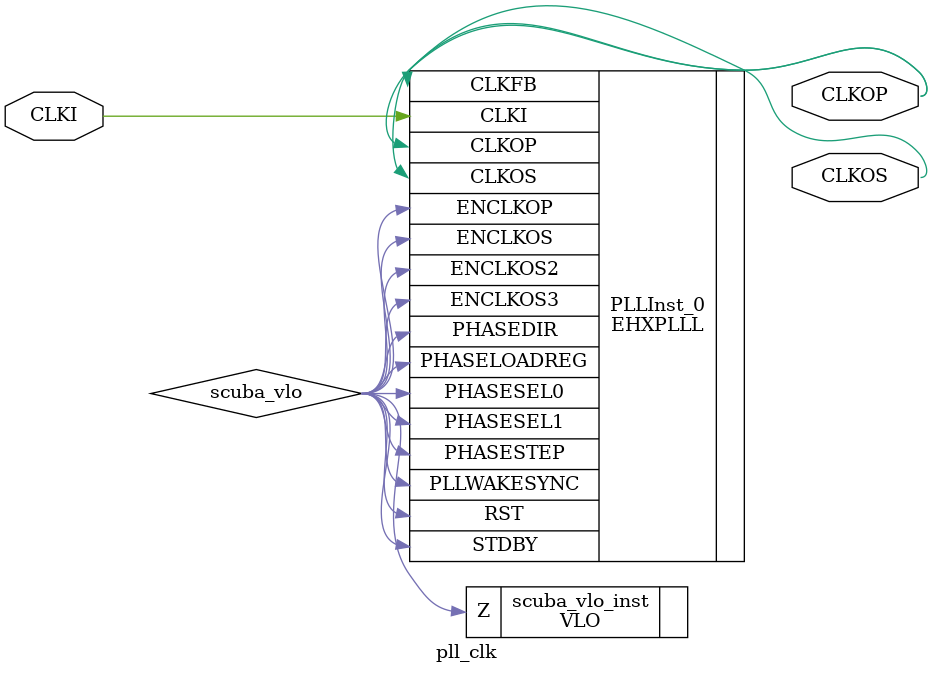
<source format=v>

module pll_clk (CLKI, CLKOP, CLKOS) /* synthesis NGD_DRC_MASK=1, syn_module_defined=1 */ ;   // g:/cypress_prj/hdmi_industrial_4k/ddr_ip/pll_clk/pll_clk.v(8[8:15])
    input CLKI;   // g:/cypress_prj/hdmi_industrial_4k/ddr_ip/pll_clk/pll_clk.v(9[16:20])
    output CLKOP;   // g:/cypress_prj/hdmi_industrial_4k/ddr_ip/pll_clk/pll_clk.v(10[17:22])
    output CLKOS;   // g:/cypress_prj/hdmi_industrial_4k/ddr_ip/pll_clk/pll_clk.v(11[17:22])
    
    wire CLKI /* synthesis is_clock=1 */ ;   // g:/cypress_prj/hdmi_industrial_4k/ddr_ip/pll_clk/pll_clk.v(9[16:20])
    wire CLKOP /* synthesis is_clock=1 */ ;   // g:/cypress_prj/hdmi_industrial_4k/ddr_ip/pll_clk/pll_clk.v(10[17:22])
    
    wire scuba_vlo, VCC_net;
    
    VLO scuba_vlo_inst (.Z(scuba_vlo));
    EHXPLLL PLLInst_0 (.CLKI(CLKI), .CLKFB(CLKOP), .PHASESEL0(scuba_vlo), 
            .PHASESEL1(scuba_vlo), .PHASEDIR(scuba_vlo), .PHASESTEP(scuba_vlo), 
            .PHASELOADREG(scuba_vlo), .STDBY(scuba_vlo), .PLLWAKESYNC(scuba_vlo), 
            .RST(scuba_vlo), .ENCLKOP(scuba_vlo), .ENCLKOS(scuba_vlo), 
            .ENCLKOS2(scuba_vlo), .ENCLKOS3(scuba_vlo), .CLKOP(CLKOP), 
            .CLKOS(CLKOS)) /* synthesis FREQUENCY_PIN_CLKOS="100.000000", FREQUENCY_PIN_CLKOP="100.000000", FREQUENCY_PIN_CLKI="200.000000", ICP_CURRENT="9", LPF_RESISTOR="72", syn_instantiated=1 */ ;
    defparam PLLInst_0.CLKI_DIV = 2;
    defparam PLLInst_0.CLKFB_DIV = 1;
    defparam PLLInst_0.CLKOP_DIV = 6;
    defparam PLLInst_0.CLKOS_DIV = 6;
    defparam PLLInst_0.CLKOS2_DIV = 1;
    defparam PLLInst_0.CLKOS3_DIV = 1;
    defparam PLLInst_0.CLKOP_ENABLE = "ENABLED";
    defparam PLLInst_0.CLKOS_ENABLE = "ENABLED";
    defparam PLLInst_0.CLKOS2_ENABLE = "DISABLED";
    defparam PLLInst_0.CLKOS3_ENABLE = "DISABLED";
    defparam PLLInst_0.CLKOP_CPHASE = 5;
    defparam PLLInst_0.CLKOS_CPHASE = 5;
    defparam PLLInst_0.CLKOS2_CPHASE = 0;
    defparam PLLInst_0.CLKOS3_CPHASE = 0;
    defparam PLLInst_0.CLKOP_FPHASE = 0;
    defparam PLLInst_0.CLKOS_FPHASE = 0;
    defparam PLLInst_0.CLKOS2_FPHASE = 0;
    defparam PLLInst_0.CLKOS3_FPHASE = 0;
    defparam PLLInst_0.FEEDBK_PATH = "CLKOP";
    defparam PLLInst_0.CLKOP_TRIM_POL = "FALLING";
    defparam PLLInst_0.CLKOP_TRIM_DELAY = 0;
    defparam PLLInst_0.CLKOS_TRIM_POL = "FALLING";
    defparam PLLInst_0.CLKOS_TRIM_DELAY = 0;
    defparam PLLInst_0.OUTDIVIDER_MUXA = "DIVA";
    defparam PLLInst_0.OUTDIVIDER_MUXB = "DIVB";
    defparam PLLInst_0.OUTDIVIDER_MUXC = "DIVC";
    defparam PLLInst_0.OUTDIVIDER_MUXD = "DIVD";
    defparam PLLInst_0.PLL_LOCK_MODE = 0;
    defparam PLLInst_0.PLL_LOCK_DELAY = 200;
    defparam PLLInst_0.STDBY_ENABLE = "DISABLED";
    defparam PLLInst_0.REFIN_RESET = "DISABLED";
    defparam PLLInst_0.SYNC_ENABLE = "DISABLED";
    defparam PLLInst_0.INT_LOCK_STICKY = "ENABLED";
    defparam PLLInst_0.DPHASE_SOURCE = "DISABLED";
    defparam PLLInst_0.PLLRST_ENA = "DISABLED";
    defparam PLLInst_0.INTFB_WAKE = "DISABLED";
    PUR PUR_INST (.PUR(VCC_net));
    defparam PUR_INST.RST_PULSE = 1;
    GSR GSR_INST (.GSR(VCC_net));
    VHI i84 (.Z(VCC_net));
    
endmodule
//
// Verilog Description of module PUR
// module not written out since it is a black-box. 
//


</source>
